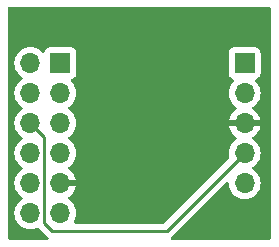
<source format=gbl>
G04 #@! TF.GenerationSoftware,KiCad,Pcbnew,7.0.7*
G04 #@! TF.CreationDate,2023-09-08T00:57:33+01:00*
G04 #@! TF.ProjectId,psram-pmod,70737261-6d2d-4706-9d6f-642e6b696361,A*
G04 #@! TF.SameCoordinates,Original*
G04 #@! TF.FileFunction,Copper,L2,Bot*
G04 #@! TF.FilePolarity,Positive*
%FSLAX46Y46*%
G04 Gerber Fmt 4.6, Leading zero omitted, Abs format (unit mm)*
G04 Created by KiCad (PCBNEW 7.0.7) date 2023-09-08 00:57:33*
%MOMM*%
%LPD*%
G01*
G04 APERTURE LIST*
G04 #@! TA.AperFunction,ComponentPad*
%ADD10O,1.700000X1.700000*%
G04 #@! TD*
G04 #@! TA.AperFunction,ComponentPad*
%ADD11R,1.700000X1.700000*%
G04 #@! TD*
G04 #@! TA.AperFunction,ViaPad*
%ADD12C,0.800000*%
G04 #@! TD*
G04 #@! TA.AperFunction,Conductor*
%ADD13C,0.250000*%
G04 #@! TD*
G04 APERTURE END LIST*
D10*
X73310000Y-88900000D03*
X73310000Y-86360000D03*
X73310000Y-83820000D03*
X73310000Y-81280000D03*
X73310000Y-78740000D03*
X73310000Y-76200000D03*
X75850000Y-88900000D03*
X75850000Y-86360000D03*
X75850000Y-83820000D03*
X75850000Y-81280000D03*
X75850000Y-78740000D03*
D11*
X75850000Y-76200000D03*
X91440000Y-76200000D03*
D10*
X91440000Y-78740000D03*
X91440000Y-81280000D03*
X91440000Y-83820000D03*
X91440000Y-86360000D03*
D12*
X86924482Y-84654325D03*
X86360000Y-81280000D03*
X78740000Y-73660000D03*
D13*
X84852203Y-90407797D02*
X91440000Y-83820000D01*
X74485000Y-89725000D02*
X75167797Y-90407797D01*
X74485000Y-82455000D02*
X74485000Y-89725000D01*
X75167797Y-90407797D02*
X84852203Y-90407797D01*
X73310000Y-81280000D02*
X74485000Y-82455000D01*
G04 #@! TA.AperFunction,Conductor*
G36*
X93622539Y-71440185D02*
G01*
X93668294Y-71492989D01*
X93679500Y-71544500D01*
X93679500Y-91015500D01*
X93659815Y-91082539D01*
X93607011Y-91128294D01*
X93555500Y-91139500D01*
X85297008Y-91139500D01*
X85229969Y-91119815D01*
X85184214Y-91067011D01*
X85174270Y-90997853D01*
X85203295Y-90934297D01*
X85233888Y-90908768D01*
X85236713Y-90907096D01*
X85238623Y-90905967D01*
X85252792Y-90891796D01*
X85267582Y-90879165D01*
X85283790Y-90867391D01*
X85313502Y-90831473D01*
X85317415Y-90827173D01*
X89872662Y-86271927D01*
X89933983Y-86238444D01*
X90003675Y-86243428D01*
X90059608Y-86285300D01*
X90084025Y-86350764D01*
X90084341Y-86359610D01*
X90084341Y-86360000D01*
X90104936Y-86595403D01*
X90104938Y-86595413D01*
X90166094Y-86823655D01*
X90166096Y-86823659D01*
X90166097Y-86823663D01*
X90265847Y-87037578D01*
X90265965Y-87037830D01*
X90265967Y-87037834D01*
X90374281Y-87192521D01*
X90401505Y-87231401D01*
X90568599Y-87398495D01*
X90665384Y-87466265D01*
X90762165Y-87534032D01*
X90762167Y-87534033D01*
X90762170Y-87534035D01*
X90976337Y-87633903D01*
X91204592Y-87695063D01*
X91392918Y-87711539D01*
X91439999Y-87715659D01*
X91440000Y-87715659D01*
X91440001Y-87715659D01*
X91479234Y-87712226D01*
X91675408Y-87695063D01*
X91903663Y-87633903D01*
X92117830Y-87534035D01*
X92311401Y-87398495D01*
X92478495Y-87231401D01*
X92614035Y-87037830D01*
X92713903Y-86823663D01*
X92775063Y-86595408D01*
X92795659Y-86360000D01*
X92775063Y-86124592D01*
X92713903Y-85896337D01*
X92614035Y-85682171D01*
X92478495Y-85488599D01*
X92478494Y-85488597D01*
X92311402Y-85321506D01*
X92311396Y-85321501D01*
X92125842Y-85191575D01*
X92082217Y-85136998D01*
X92075023Y-85067500D01*
X92106546Y-85005145D01*
X92125842Y-84988425D01*
X92179500Y-84950853D01*
X92311401Y-84858495D01*
X92478495Y-84691401D01*
X92614035Y-84497830D01*
X92713903Y-84283663D01*
X92775063Y-84055408D01*
X92795659Y-83820000D01*
X92775063Y-83584592D01*
X92713903Y-83356337D01*
X92614035Y-83142171D01*
X92478495Y-82948599D01*
X92478494Y-82948597D01*
X92311402Y-82781506D01*
X92311401Y-82781505D01*
X92125842Y-82651575D01*
X92125405Y-82651269D01*
X92081781Y-82596692D01*
X92074588Y-82527193D01*
X92106110Y-82464839D01*
X92125405Y-82448119D01*
X92311082Y-82318105D01*
X92478105Y-82151082D01*
X92613600Y-81957578D01*
X92713429Y-81743492D01*
X92713432Y-81743486D01*
X92770636Y-81530000D01*
X92053347Y-81530000D01*
X91986308Y-81510315D01*
X91940553Y-81457511D01*
X91930609Y-81388353D01*
X91934369Y-81371067D01*
X91940000Y-81351888D01*
X91940000Y-81208111D01*
X91934369Y-81188933D01*
X91934370Y-81119064D01*
X91972145Y-81060286D01*
X92035701Y-81031262D01*
X92053347Y-81030000D01*
X92770636Y-81030000D01*
X92770635Y-81029999D01*
X92713432Y-80816513D01*
X92713429Y-80816507D01*
X92613600Y-80602422D01*
X92613599Y-80602420D01*
X92478113Y-80408926D01*
X92478108Y-80408920D01*
X92311078Y-80241890D01*
X92125405Y-80111879D01*
X92081780Y-80057302D01*
X92074588Y-79987804D01*
X92106110Y-79925449D01*
X92125406Y-79908730D01*
X92125842Y-79908425D01*
X92311401Y-79778495D01*
X92478495Y-79611401D01*
X92614035Y-79417830D01*
X92713903Y-79203663D01*
X92775063Y-78975408D01*
X92795659Y-78740000D01*
X92775063Y-78504592D01*
X92713903Y-78276337D01*
X92614035Y-78062171D01*
X92608424Y-78054158D01*
X92478496Y-77868600D01*
X92478493Y-77868597D01*
X92356567Y-77746671D01*
X92323084Y-77685351D01*
X92328068Y-77615659D01*
X92369939Y-77559725D01*
X92400915Y-77542810D01*
X92532331Y-77493796D01*
X92647546Y-77407546D01*
X92733796Y-77292331D01*
X92784091Y-77157483D01*
X92790500Y-77097873D01*
X92790499Y-75302128D01*
X92784091Y-75242517D01*
X92782810Y-75239083D01*
X92733797Y-75107671D01*
X92733793Y-75107664D01*
X92647547Y-74992455D01*
X92647544Y-74992452D01*
X92532335Y-74906206D01*
X92532328Y-74906202D01*
X92397482Y-74855908D01*
X92397483Y-74855908D01*
X92337883Y-74849501D01*
X92337881Y-74849500D01*
X92337873Y-74849500D01*
X92337864Y-74849500D01*
X90542129Y-74849500D01*
X90542123Y-74849501D01*
X90482516Y-74855908D01*
X90347671Y-74906202D01*
X90347664Y-74906206D01*
X90232455Y-74992452D01*
X90232452Y-74992455D01*
X90146206Y-75107664D01*
X90146202Y-75107671D01*
X90095908Y-75242517D01*
X90089501Y-75302116D01*
X90089501Y-75302123D01*
X90089500Y-75302135D01*
X90089500Y-77097870D01*
X90089501Y-77097876D01*
X90095908Y-77157483D01*
X90146202Y-77292328D01*
X90146206Y-77292335D01*
X90232452Y-77407544D01*
X90232455Y-77407547D01*
X90347664Y-77493793D01*
X90347671Y-77493797D01*
X90479081Y-77542810D01*
X90535015Y-77584681D01*
X90559432Y-77650145D01*
X90544580Y-77718418D01*
X90523430Y-77746673D01*
X90401503Y-77868600D01*
X90265965Y-78062169D01*
X90265964Y-78062171D01*
X90166098Y-78276335D01*
X90166094Y-78276344D01*
X90104938Y-78504586D01*
X90104936Y-78504596D01*
X90084341Y-78739999D01*
X90084341Y-78740000D01*
X90104936Y-78975403D01*
X90104938Y-78975413D01*
X90166094Y-79203655D01*
X90166096Y-79203659D01*
X90166097Y-79203663D01*
X90170000Y-79212032D01*
X90265965Y-79417830D01*
X90265967Y-79417834D01*
X90374281Y-79572521D01*
X90401501Y-79611396D01*
X90401506Y-79611402D01*
X90568597Y-79778493D01*
X90568603Y-79778498D01*
X90754594Y-79908730D01*
X90798219Y-79963307D01*
X90805413Y-80032805D01*
X90773890Y-80095160D01*
X90754595Y-80111880D01*
X90568922Y-80241890D01*
X90568920Y-80241891D01*
X90401891Y-80408920D01*
X90401886Y-80408926D01*
X90266400Y-80602420D01*
X90266399Y-80602422D01*
X90166570Y-80816507D01*
X90166567Y-80816513D01*
X90109364Y-81029999D01*
X90109364Y-81030000D01*
X90826653Y-81030000D01*
X90893692Y-81049685D01*
X90939447Y-81102489D01*
X90949391Y-81171647D01*
X90945631Y-81188933D01*
X90940000Y-81208111D01*
X90940000Y-81351888D01*
X90945631Y-81371067D01*
X90945630Y-81440936D01*
X90907855Y-81499714D01*
X90844299Y-81528738D01*
X90826653Y-81530000D01*
X90109364Y-81530000D01*
X90166567Y-81743486D01*
X90166570Y-81743492D01*
X90266399Y-81957578D01*
X90401894Y-82151082D01*
X90568917Y-82318105D01*
X90754595Y-82448119D01*
X90798219Y-82502696D01*
X90805412Y-82572195D01*
X90773890Y-82634549D01*
X90754595Y-82651269D01*
X90568594Y-82781508D01*
X90401505Y-82948597D01*
X90265965Y-83142169D01*
X90265964Y-83142171D01*
X90166098Y-83356335D01*
X90166094Y-83356344D01*
X90104938Y-83584586D01*
X90104936Y-83584596D01*
X90084341Y-83819999D01*
X90084341Y-83820000D01*
X90104936Y-84055403D01*
X90104938Y-84055413D01*
X90131856Y-84155872D01*
X90130193Y-84225722D01*
X90099762Y-84275646D01*
X84629431Y-89745978D01*
X84568108Y-89779463D01*
X84541750Y-89782297D01*
X77119068Y-89782297D01*
X77052029Y-89762612D01*
X77006274Y-89709808D01*
X76996330Y-89640650D01*
X77017492Y-89587176D01*
X77024029Y-89577838D01*
X77024035Y-89577830D01*
X77123903Y-89363663D01*
X77185063Y-89135408D01*
X77205659Y-88900000D01*
X77185063Y-88664592D01*
X77123903Y-88436337D01*
X77024035Y-88222171D01*
X76888495Y-88028599D01*
X76888494Y-88028597D01*
X76721402Y-87861506D01*
X76721401Y-87861505D01*
X76535405Y-87731269D01*
X76491781Y-87676692D01*
X76484588Y-87607193D01*
X76516110Y-87544839D01*
X76535405Y-87528119D01*
X76721082Y-87398105D01*
X76888105Y-87231082D01*
X77023600Y-87037578D01*
X77123429Y-86823492D01*
X77123432Y-86823486D01*
X77180636Y-86610000D01*
X76463347Y-86610000D01*
X76396308Y-86590315D01*
X76350553Y-86537511D01*
X76340609Y-86468353D01*
X76344369Y-86451067D01*
X76350000Y-86431888D01*
X76350000Y-86288111D01*
X76344369Y-86268933D01*
X76344370Y-86199064D01*
X76382145Y-86140286D01*
X76445701Y-86111262D01*
X76463347Y-86110000D01*
X77180636Y-86110000D01*
X77180635Y-86109999D01*
X77123432Y-85896513D01*
X77123429Y-85896507D01*
X77023600Y-85682422D01*
X77023599Y-85682420D01*
X76888113Y-85488926D01*
X76888108Y-85488920D01*
X76721078Y-85321890D01*
X76535405Y-85191879D01*
X76491780Y-85137302D01*
X76484588Y-85067804D01*
X76516110Y-85005449D01*
X76535406Y-84988730D01*
X76589500Y-84950853D01*
X76721401Y-84858495D01*
X76888495Y-84691401D01*
X77024035Y-84497830D01*
X77123903Y-84283663D01*
X77185063Y-84055408D01*
X77205659Y-83820000D01*
X77185063Y-83584592D01*
X77123903Y-83356337D01*
X77024035Y-83142171D01*
X76888495Y-82948599D01*
X76888494Y-82948597D01*
X76721402Y-82781506D01*
X76721401Y-82781505D01*
X76535842Y-82651575D01*
X76535841Y-82651574D01*
X76492216Y-82596997D01*
X76485024Y-82527498D01*
X76516546Y-82465144D01*
X76535836Y-82448428D01*
X76721401Y-82318495D01*
X76888495Y-82151401D01*
X77024035Y-81957830D01*
X77123903Y-81743663D01*
X77185063Y-81515408D01*
X77205659Y-81280000D01*
X77185063Y-81044592D01*
X77123903Y-80816337D01*
X77024035Y-80602171D01*
X77018425Y-80594158D01*
X76888494Y-80408597D01*
X76721402Y-80241506D01*
X76721396Y-80241501D01*
X76535842Y-80111575D01*
X76492217Y-80056998D01*
X76485023Y-79987500D01*
X76516546Y-79925145D01*
X76535842Y-79908425D01*
X76558026Y-79892891D01*
X76721401Y-79778495D01*
X76888495Y-79611401D01*
X77024035Y-79417830D01*
X77123903Y-79203663D01*
X77185063Y-78975408D01*
X77205659Y-78740000D01*
X77185063Y-78504592D01*
X77123903Y-78276337D01*
X77024035Y-78062171D01*
X77018424Y-78054158D01*
X76888496Y-77868600D01*
X76888493Y-77868597D01*
X76766567Y-77746671D01*
X76733084Y-77685351D01*
X76738068Y-77615659D01*
X76779939Y-77559725D01*
X76810915Y-77542810D01*
X76942331Y-77493796D01*
X77057546Y-77407546D01*
X77143796Y-77292331D01*
X77194091Y-77157483D01*
X77200500Y-77097873D01*
X77200499Y-75302128D01*
X77194091Y-75242517D01*
X77192810Y-75239083D01*
X77143797Y-75107671D01*
X77143793Y-75107664D01*
X77057547Y-74992455D01*
X77057544Y-74992452D01*
X76942335Y-74906206D01*
X76942328Y-74906202D01*
X76807482Y-74855908D01*
X76807483Y-74855908D01*
X76747883Y-74849501D01*
X76747881Y-74849500D01*
X76747873Y-74849500D01*
X76747864Y-74849500D01*
X74952129Y-74849500D01*
X74952123Y-74849501D01*
X74892516Y-74855908D01*
X74757671Y-74906202D01*
X74757664Y-74906206D01*
X74642455Y-74992452D01*
X74642452Y-74992455D01*
X74556206Y-75107664D01*
X74556203Y-75107669D01*
X74507189Y-75239083D01*
X74465317Y-75295016D01*
X74399853Y-75319433D01*
X74331580Y-75304581D01*
X74303326Y-75283430D01*
X74181402Y-75161506D01*
X74181395Y-75161501D01*
X73987834Y-75025967D01*
X73987830Y-75025965D01*
X73987828Y-75025964D01*
X73773663Y-74926097D01*
X73773659Y-74926096D01*
X73773655Y-74926094D01*
X73545413Y-74864938D01*
X73545403Y-74864936D01*
X73310001Y-74844341D01*
X73309999Y-74844341D01*
X73074596Y-74864936D01*
X73074586Y-74864938D01*
X72846344Y-74926094D01*
X72846335Y-74926098D01*
X72632171Y-75025964D01*
X72632169Y-75025965D01*
X72438597Y-75161505D01*
X72271505Y-75328597D01*
X72135965Y-75522169D01*
X72135964Y-75522171D01*
X72036098Y-75736335D01*
X72036094Y-75736344D01*
X71974938Y-75964586D01*
X71974936Y-75964596D01*
X71954341Y-76199999D01*
X71954341Y-76200000D01*
X71974936Y-76435403D01*
X71974938Y-76435413D01*
X72036094Y-76663655D01*
X72036096Y-76663659D01*
X72036097Y-76663663D01*
X72120499Y-76844663D01*
X72135965Y-76877830D01*
X72135967Y-76877834D01*
X72271501Y-77071395D01*
X72271506Y-77071402D01*
X72438597Y-77238493D01*
X72438603Y-77238498D01*
X72624158Y-77368425D01*
X72667783Y-77423002D01*
X72674977Y-77492500D01*
X72643454Y-77554855D01*
X72624158Y-77571575D01*
X72438597Y-77701505D01*
X72271505Y-77868597D01*
X72135965Y-78062169D01*
X72135964Y-78062171D01*
X72036098Y-78276335D01*
X72036094Y-78276344D01*
X71974938Y-78504586D01*
X71974936Y-78504596D01*
X71954341Y-78739999D01*
X71954341Y-78740000D01*
X71974936Y-78975403D01*
X71974938Y-78975413D01*
X72036094Y-79203655D01*
X72036096Y-79203659D01*
X72036097Y-79203663D01*
X72040000Y-79212032D01*
X72135965Y-79417830D01*
X72135967Y-79417834D01*
X72244281Y-79572521D01*
X72271501Y-79611396D01*
X72271506Y-79611402D01*
X72438597Y-79778493D01*
X72438603Y-79778498D01*
X72624158Y-79908425D01*
X72667783Y-79963002D01*
X72674977Y-80032500D01*
X72643454Y-80094855D01*
X72624158Y-80111575D01*
X72438597Y-80241505D01*
X72271505Y-80408597D01*
X72135965Y-80602169D01*
X72135964Y-80602171D01*
X72036098Y-80816335D01*
X72036094Y-80816344D01*
X71974938Y-81044586D01*
X71974936Y-81044596D01*
X71954341Y-81279999D01*
X71954341Y-81280000D01*
X71974936Y-81515403D01*
X71974938Y-81515413D01*
X72036094Y-81743655D01*
X72036096Y-81743659D01*
X72036097Y-81743663D01*
X72135847Y-81957578D01*
X72135965Y-81957830D01*
X72135967Y-81957834D01*
X72271501Y-82151395D01*
X72271506Y-82151402D01*
X72438597Y-82318493D01*
X72438603Y-82318498D01*
X72624158Y-82448425D01*
X72667783Y-82503002D01*
X72674977Y-82572500D01*
X72643454Y-82634855D01*
X72624158Y-82651575D01*
X72438597Y-82781505D01*
X72271505Y-82948597D01*
X72135965Y-83142169D01*
X72135964Y-83142171D01*
X72036098Y-83356335D01*
X72036094Y-83356344D01*
X71974938Y-83584586D01*
X71974936Y-83584596D01*
X71954341Y-83819999D01*
X71954341Y-83820000D01*
X71974936Y-84055403D01*
X71974938Y-84055413D01*
X72036094Y-84283655D01*
X72036096Y-84283659D01*
X72036097Y-84283663D01*
X72135965Y-84497830D01*
X72135967Y-84497834D01*
X72271501Y-84691395D01*
X72271506Y-84691402D01*
X72438597Y-84858493D01*
X72438603Y-84858498D01*
X72624158Y-84988425D01*
X72667783Y-85043002D01*
X72674977Y-85112500D01*
X72643454Y-85174855D01*
X72624158Y-85191575D01*
X72438597Y-85321505D01*
X72271505Y-85488597D01*
X72135965Y-85682169D01*
X72135964Y-85682171D01*
X72036098Y-85896335D01*
X72036094Y-85896344D01*
X71974938Y-86124586D01*
X71974936Y-86124596D01*
X71954341Y-86359999D01*
X71954341Y-86360000D01*
X71974936Y-86595403D01*
X71974938Y-86595413D01*
X72036094Y-86823655D01*
X72036096Y-86823659D01*
X72036097Y-86823663D01*
X72135847Y-87037578D01*
X72135965Y-87037830D01*
X72135967Y-87037834D01*
X72271501Y-87231395D01*
X72271506Y-87231402D01*
X72438597Y-87398493D01*
X72438603Y-87398498D01*
X72624158Y-87528425D01*
X72667783Y-87583002D01*
X72674977Y-87652500D01*
X72643454Y-87714855D01*
X72624158Y-87731575D01*
X72438597Y-87861505D01*
X72271505Y-88028597D01*
X72135965Y-88222169D01*
X72135964Y-88222171D01*
X72036098Y-88436335D01*
X72036094Y-88436344D01*
X71974938Y-88664586D01*
X71974936Y-88664596D01*
X71954341Y-88899999D01*
X71954341Y-88900000D01*
X71974936Y-89135403D01*
X71974938Y-89135413D01*
X72036094Y-89363655D01*
X72036096Y-89363659D01*
X72036097Y-89363663D01*
X72135965Y-89577829D01*
X72135965Y-89577830D01*
X72135967Y-89577834D01*
X72179952Y-89640650D01*
X72271505Y-89771401D01*
X72438599Y-89938495D01*
X72535384Y-90006264D01*
X72632165Y-90074032D01*
X72632167Y-90074033D01*
X72632170Y-90074035D01*
X72846337Y-90173903D01*
X73074592Y-90235063D01*
X73262918Y-90251539D01*
X73309999Y-90255659D01*
X73310000Y-90255659D01*
X73310001Y-90255659D01*
X73349234Y-90252226D01*
X73545408Y-90235063D01*
X73773663Y-90173903D01*
X73878700Y-90124922D01*
X73947773Y-90114431D01*
X74011558Y-90142950D01*
X74021492Y-90152419D01*
X74025405Y-90156586D01*
X74025406Y-90156587D01*
X74046335Y-90173901D01*
X74061309Y-90186288D01*
X74065620Y-90190210D01*
X74666991Y-90791581D01*
X74676816Y-90803845D01*
X74677037Y-90803663D01*
X74682007Y-90809670D01*
X74682010Y-90809673D01*
X74682011Y-90809674D01*
X74732448Y-90857038D01*
X74753326Y-90877916D01*
X74758801Y-90882163D01*
X74763243Y-90885957D01*
X74802902Y-90923200D01*
X74801150Y-90925064D01*
X74836196Y-90970515D01*
X74842174Y-91040128D01*
X74809566Y-91101922D01*
X74748727Y-91136278D01*
X74720644Y-91139500D01*
X71544500Y-91139500D01*
X71477461Y-91119815D01*
X71431706Y-91067011D01*
X71420500Y-91015500D01*
X71420500Y-71544500D01*
X71440185Y-71477461D01*
X71492989Y-71431706D01*
X71544500Y-71420500D01*
X93555500Y-71420500D01*
X93622539Y-71440185D01*
G37*
G04 #@! TD.AperFunction*
M02*

</source>
